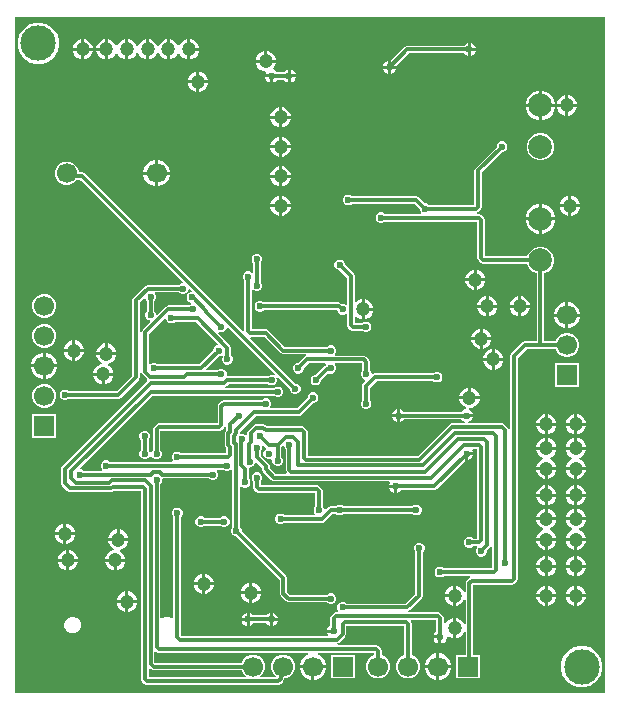
<source format=gbl>
G04*
G04 #@! TF.GenerationSoftware,Altium Limited,Altium Designer,24.2.2 (26)*
G04*
G04 Layer_Physical_Order=2*
G04 Layer_Color=16711680*
%FSLAX44Y44*%
%MOMM*%
G71*
G04*
G04 #@! TF.SameCoordinates,98A400C0-08DE-4AD7-B425-4E8C3969B8A2*
G04*
G04*
G04 #@! TF.FilePolarity,Positive*
G04*
G01*
G75*
%ADD51C,3.0000*%
%ADD54C,0.3000*%
%ADD55C,1.7000*%
%ADD56R,1.7000X1.7000*%
%ADD57C,2.0000*%
%ADD58R,1.7000X1.7000*%
%ADD59C,0.6000*%
%ADD60C,1.2000*%
G36*
X875000Y552500D02*
X375000D01*
Y1125000D01*
X875000D01*
Y552500D01*
D02*
G37*
%LPC*%
G36*
X521230Y1106040D02*
X520801D01*
X517663Y1104740D01*
X515260Y1102337D01*
X514437Y1100351D01*
X513063D01*
X512240Y1102337D01*
X509837Y1104740D01*
X506699Y1106040D01*
X506270D01*
Y1097500D01*
Y1088960D01*
X506699D01*
X509837Y1090260D01*
X512240Y1092663D01*
X513063Y1094649D01*
X514437D01*
X515260Y1092663D01*
X517663Y1090260D01*
X520801Y1088960D01*
X521230D01*
Y1097500D01*
Y1106040D01*
D02*
G37*
G36*
X486230D02*
X485801D01*
X482663Y1104740D01*
X480260Y1102337D01*
X479437Y1100351D01*
X478063D01*
X477240Y1102337D01*
X474837Y1104740D01*
X471699Y1106040D01*
X471270D01*
Y1097500D01*
Y1088960D01*
X471699D01*
X474837Y1090260D01*
X477240Y1092663D01*
X478063Y1094649D01*
X479437D01*
X480260Y1092663D01*
X482663Y1090260D01*
X485801Y1088960D01*
X486230D01*
Y1097500D01*
Y1106040D01*
D02*
G37*
G36*
X468730D02*
X468301D01*
X465163Y1104740D01*
X462760Y1102337D01*
X461937Y1100351D01*
X460563D01*
X459740Y1102337D01*
X457337Y1104740D01*
X454199Y1106040D01*
X453770D01*
Y1097500D01*
Y1088960D01*
X454199D01*
X457337Y1090260D01*
X459740Y1092663D01*
X460563Y1094649D01*
X461937D01*
X462760Y1092663D01*
X465163Y1090260D01*
X468301Y1088960D01*
X468730D01*
Y1097500D01*
Y1106040D01*
D02*
G37*
G36*
X503730D02*
X503301D01*
X500163Y1104740D01*
X497760Y1102337D01*
X496937Y1100351D01*
X495563D01*
X494740Y1102337D01*
X492337Y1104740D01*
X489199Y1106040D01*
X488770D01*
Y1097500D01*
Y1088960D01*
X489199D01*
X492337Y1090260D01*
X494740Y1092663D01*
X495563Y1094649D01*
X496937D01*
X497760Y1092663D01*
X500163Y1090260D01*
X503301Y1088960D01*
X503730D01*
Y1097500D01*
Y1106040D01*
D02*
G37*
G36*
X761270Y1102970D02*
Y1098770D01*
X765470D01*
X764697Y1100638D01*
X763138Y1102197D01*
X761270Y1102970D01*
D02*
G37*
G36*
X524199Y1106040D02*
X523770D01*
Y1098770D01*
X531040D01*
Y1099199D01*
X529740Y1102337D01*
X527337Y1104740D01*
X524199Y1106040D01*
D02*
G37*
G36*
X451230D02*
X450801D01*
X447663Y1104740D01*
X445260Y1102337D01*
X443960Y1099199D01*
Y1098770D01*
X451230D01*
Y1106040D01*
D02*
G37*
G36*
X434199D02*
X433770D01*
Y1098770D01*
X441040D01*
Y1099199D01*
X439740Y1102337D01*
X437337Y1104740D01*
X434199Y1106040D01*
D02*
G37*
G36*
X431230D02*
X430801D01*
X427663Y1104740D01*
X425260Y1102337D01*
X423960Y1099199D01*
Y1098770D01*
X431230D01*
Y1106040D01*
D02*
G37*
G36*
X765470Y1096230D02*
X761270D01*
Y1092030D01*
X763138Y1092803D01*
X764697Y1094362D01*
X765470Y1096230D01*
D02*
G37*
G36*
X758730Y1102970D02*
X756862Y1102197D01*
X755434Y1100769D01*
X707500D01*
X705189Y1099811D01*
X693770Y1088393D01*
Y1083770D01*
X698393D01*
X708854Y1094231D01*
X755434D01*
X756862Y1092803D01*
X758730Y1092030D01*
Y1097500D01*
Y1102970D01*
D02*
G37*
G36*
X531040Y1096230D02*
X523770D01*
Y1088960D01*
X524199D01*
X527337Y1090260D01*
X529740Y1092663D01*
X531040Y1095801D01*
Y1096230D01*
D02*
G37*
G36*
X451230D02*
X443960D01*
Y1095801D01*
X445260Y1092663D01*
X447663Y1090260D01*
X450801Y1088960D01*
X451230D01*
Y1096230D01*
D02*
G37*
G36*
X441040D02*
X433770D01*
Y1088960D01*
X434199D01*
X437337Y1090260D01*
X439740Y1092663D01*
X441040Y1095801D01*
Y1096230D01*
D02*
G37*
G36*
X431230D02*
X423960D01*
Y1095801D01*
X425260Y1092663D01*
X427663Y1090260D01*
X430801Y1088960D01*
X431230D01*
Y1096230D01*
D02*
G37*
G36*
X589199Y1096040D02*
X588770D01*
Y1088770D01*
X596040D01*
Y1089199D01*
X594740Y1092337D01*
X592337Y1094740D01*
X589199Y1096040D01*
D02*
G37*
G36*
X586230D02*
X585801D01*
X582663Y1094740D01*
X580260Y1092337D01*
X578960Y1089199D01*
Y1088770D01*
X586230D01*
Y1096040D01*
D02*
G37*
G36*
X397309Y1120040D02*
X392691D01*
X388230Y1118845D01*
X384230Y1116535D01*
X380965Y1113270D01*
X378655Y1109270D01*
X377460Y1104809D01*
Y1100191D01*
X378655Y1095730D01*
X380965Y1091730D01*
X384230Y1088465D01*
X388230Y1086155D01*
X392691Y1084960D01*
X397309D01*
X401770Y1086155D01*
X405770Y1088465D01*
X409035Y1091730D01*
X411345Y1095730D01*
X412540Y1100191D01*
Y1104809D01*
X411345Y1109270D01*
X409035Y1113270D01*
X405770Y1116535D01*
X401770Y1118845D01*
X397309Y1120040D01*
D02*
G37*
G36*
X691230Y1087970D02*
X689362Y1087197D01*
X687803Y1085638D01*
X687030Y1083770D01*
X691230D01*
Y1087970D01*
D02*
G37*
G36*
X697970Y1081230D02*
X693770D01*
Y1077030D01*
X695638Y1077803D01*
X697197Y1079362D01*
X697970Y1081230D01*
D02*
G37*
G36*
X691230D02*
X687030D01*
X687803Y1079362D01*
X689362Y1077803D01*
X691230Y1077030D01*
Y1081230D01*
D02*
G37*
G36*
X608770Y1080470D02*
Y1076270D01*
X612970D01*
X612197Y1078138D01*
X610638Y1079697D01*
X608770Y1080470D01*
D02*
G37*
G36*
X531699Y1078540D02*
X531270D01*
Y1071270D01*
X538540D01*
Y1071699D01*
X537240Y1074837D01*
X534837Y1077240D01*
X531699Y1078540D01*
D02*
G37*
G36*
X528730D02*
X528301D01*
X525163Y1077240D01*
X522760Y1074837D01*
X521460Y1071699D01*
Y1071270D01*
X528730D01*
Y1078540D01*
D02*
G37*
G36*
X612970Y1073730D02*
X608770D01*
Y1069530D01*
X610638Y1070303D01*
X612197Y1071862D01*
X612970Y1073730D01*
D02*
G37*
G36*
X596040Y1086230D02*
X578960D01*
Y1085801D01*
X580260Y1082663D01*
X582663Y1080260D01*
X585801Y1078960D01*
X586966D01*
X587618Y1077690D01*
X587030Y1076270D01*
X592500D01*
Y1075000D01*
X593770D01*
Y1069530D01*
X595638Y1070303D01*
X597066Y1071731D01*
X602934D01*
X604362Y1070303D01*
X606230Y1069530D01*
Y1075000D01*
Y1080470D01*
X604362Y1079697D01*
X602934Y1078269D01*
X597066D01*
X595638Y1079697D01*
X594176Y1080302D01*
X593791Y1081713D01*
X594740Y1082663D01*
X596040Y1085801D01*
Y1086230D01*
D02*
G37*
G36*
X591230Y1073730D02*
X587030D01*
X587803Y1071862D01*
X589362Y1070303D01*
X591230Y1069530D01*
Y1073730D01*
D02*
G37*
G36*
X538540Y1068730D02*
X531270D01*
Y1061460D01*
X531699D01*
X534837Y1062760D01*
X537240Y1065163D01*
X538540Y1068301D01*
Y1068730D01*
D02*
G37*
G36*
X528730D02*
X521460D01*
Y1068301D01*
X522760Y1065163D01*
X525163Y1062760D01*
X528301Y1061460D01*
X528730D01*
Y1068730D01*
D02*
G37*
G36*
X822494Y1062540D02*
X821270D01*
Y1051270D01*
X832540D01*
Y1052494D01*
X830631Y1057103D01*
X827103Y1060631D01*
X822494Y1062540D01*
D02*
G37*
G36*
X818730D02*
X817506D01*
X812897Y1060631D01*
X809369Y1057103D01*
X807460Y1052494D01*
Y1051270D01*
X818730D01*
Y1062540D01*
D02*
G37*
G36*
X844199Y1058540D02*
X843770D01*
Y1051270D01*
X851040D01*
Y1051699D01*
X849740Y1054837D01*
X847337Y1057240D01*
X844199Y1058540D01*
D02*
G37*
G36*
X841230D02*
X840801D01*
X837663Y1057240D01*
X835260Y1054837D01*
X833960Y1051699D01*
Y1051270D01*
X841230D01*
Y1058540D01*
D02*
G37*
G36*
X851040Y1048730D02*
X843770D01*
Y1041460D01*
X844199D01*
X847337Y1042760D01*
X849740Y1045163D01*
X851040Y1048301D01*
Y1048730D01*
D02*
G37*
G36*
X841230D02*
X833960D01*
Y1048301D01*
X835260Y1045163D01*
X837663Y1042760D01*
X840801Y1041460D01*
X841230D01*
Y1048730D01*
D02*
G37*
G36*
X601699Y1048540D02*
X601270D01*
Y1041270D01*
X608540D01*
Y1041699D01*
X607240Y1044837D01*
X604837Y1047240D01*
X601699Y1048540D01*
D02*
G37*
G36*
X598730D02*
X598301D01*
X595163Y1047240D01*
X592760Y1044837D01*
X591460Y1041699D01*
Y1041270D01*
X598730D01*
Y1048540D01*
D02*
G37*
G36*
X832540Y1048730D02*
X821270D01*
Y1037460D01*
X822494D01*
X827103Y1039369D01*
X830631Y1042897D01*
X832540Y1047506D01*
Y1048730D01*
D02*
G37*
G36*
X818730D02*
X807460D01*
Y1047506D01*
X809369Y1042897D01*
X812897Y1039369D01*
X817506Y1037460D01*
X818730D01*
Y1048730D01*
D02*
G37*
G36*
X608540Y1038730D02*
X601270D01*
Y1031460D01*
X601699D01*
X604837Y1032760D01*
X607240Y1035163D01*
X608540Y1038301D01*
Y1038730D01*
D02*
G37*
G36*
X598730D02*
X591460D01*
Y1038301D01*
X592760Y1035163D01*
X595163Y1032760D01*
X598301Y1031460D01*
X598730D01*
Y1038730D01*
D02*
G37*
G36*
X601699Y1023540D02*
X601270D01*
Y1016270D01*
X608540D01*
Y1016699D01*
X607240Y1019837D01*
X604837Y1022240D01*
X601699Y1023540D01*
D02*
G37*
G36*
X598730D02*
X598301D01*
X595163Y1022240D01*
X592760Y1019837D01*
X591460Y1016699D01*
Y1016270D01*
X598730D01*
Y1023540D01*
D02*
G37*
G36*
X608540Y1013730D02*
X601270D01*
Y1006460D01*
X601699D01*
X604837Y1007760D01*
X607240Y1010163D01*
X608540Y1013301D01*
Y1013730D01*
D02*
G37*
G36*
X598730D02*
X591460D01*
Y1013301D01*
X592760Y1010163D01*
X595163Y1007760D01*
X598301Y1006460D01*
X598730D01*
Y1013730D01*
D02*
G37*
G36*
X822291Y1026520D02*
X817709D01*
X813475Y1024766D01*
X810234Y1021526D01*
X808480Y1017291D01*
Y1012709D01*
X810234Y1008475D01*
X813475Y1005234D01*
X817709Y1003480D01*
X822291D01*
X826526Y1005234D01*
X829766Y1008475D01*
X831520Y1012709D01*
Y1017291D01*
X829766Y1021526D01*
X826526Y1024766D01*
X822291Y1026520D01*
D02*
G37*
G36*
X497196Y1003540D02*
X496270D01*
Y993770D01*
X506040D01*
Y994696D01*
X504359Y998754D01*
X501254Y1001859D01*
X497196Y1003540D01*
D02*
G37*
G36*
X493730D02*
X492804D01*
X488746Y1001859D01*
X485641Y998754D01*
X483960Y994696D01*
Y993770D01*
X493730D01*
Y1003540D01*
D02*
G37*
G36*
X601699Y998540D02*
X601270D01*
Y991270D01*
X608540D01*
Y991699D01*
X607240Y994837D01*
X604837Y997240D01*
X601699Y998540D01*
D02*
G37*
G36*
X598730D02*
X598301D01*
X595163Y997240D01*
X592760Y994837D01*
X591460Y991699D01*
Y991270D01*
X598730D01*
Y998540D01*
D02*
G37*
G36*
X506040Y991230D02*
X496270D01*
Y981460D01*
X497196D01*
X501254Y983141D01*
X504359Y986246D01*
X506040Y990304D01*
Y991230D01*
D02*
G37*
G36*
X493730D02*
X483960D01*
Y990304D01*
X485641Y986246D01*
X488746Y983141D01*
X492804Y981460D01*
X493730D01*
Y991230D01*
D02*
G37*
G36*
X608540Y988730D02*
X601270D01*
Y981460D01*
X601699D01*
X604837Y982760D01*
X607240Y985163D01*
X608540Y988301D01*
Y988730D01*
D02*
G37*
G36*
X598730D02*
X591460D01*
Y988301D01*
X592760Y985163D01*
X595163Y982760D01*
X598301Y981460D01*
X598730D01*
Y988730D01*
D02*
G37*
G36*
X846699Y973540D02*
X846270D01*
Y966270D01*
X853540D01*
Y966699D01*
X852240Y969837D01*
X849837Y972240D01*
X846699Y973540D01*
D02*
G37*
G36*
X843730D02*
X843301D01*
X840163Y972240D01*
X837760Y969837D01*
X836460Y966699D01*
Y966270D01*
X843730D01*
Y973540D01*
D02*
G37*
G36*
X601699D02*
X601270D01*
Y966270D01*
X608540D01*
Y966699D01*
X607240Y969837D01*
X604837Y972240D01*
X601699Y973540D01*
D02*
G37*
G36*
X598730D02*
X598301D01*
X595163Y972240D01*
X592760Y969837D01*
X591460Y966699D01*
Y966270D01*
X598730D01*
Y973540D01*
D02*
G37*
G36*
X788399Y1019520D02*
X786601D01*
X784940Y1018832D01*
X783668Y1017560D01*
X782980Y1015899D01*
Y1015103D01*
X765189Y997311D01*
X764231Y995000D01*
Y965769D01*
X725623D01*
X725060Y966332D01*
X723399Y967020D01*
X722603D01*
X717311Y972311D01*
X715000Y973269D01*
X660623D01*
X660060Y973832D01*
X658399Y974520D01*
X656601D01*
X654940Y973832D01*
X653668Y972560D01*
X652980Y970899D01*
Y969101D01*
X653668Y967440D01*
X654940Y966168D01*
X656601Y965480D01*
X658399D01*
X660060Y966168D01*
X660623Y966731D01*
X713646D01*
X717980Y962397D01*
Y961601D01*
X718668Y959940D01*
X719069Y959539D01*
X718543Y958269D01*
X688123D01*
X687560Y958832D01*
X685899Y959520D01*
X684101D01*
X682440Y958832D01*
X681168Y957560D01*
X680480Y955899D01*
Y954101D01*
X681168Y952440D01*
X682440Y951168D01*
X684101Y950480D01*
X685899D01*
X687560Y951168D01*
X688123Y951731D01*
X766731D01*
Y920757D01*
X767689Y918446D01*
X769446Y916689D01*
X771757Y915731D01*
X808885D01*
X810234Y912475D01*
X813475Y909234D01*
X816731Y907885D01*
Y850369D01*
X807100D01*
X804789Y849411D01*
X795189Y839811D01*
X794231Y837500D01*
Y775995D01*
X792961Y775743D01*
X792311Y777311D01*
X789811Y779811D01*
X787500Y780769D01*
X758792D01*
X758602Y781960D01*
X760638Y782803D01*
X762197Y784362D01*
X762970Y786230D01*
X757500D01*
Y788770D01*
X762970D01*
X762197Y790638D01*
X760638Y792197D01*
X759447Y792690D01*
X759700Y793960D01*
X761699D01*
X764837Y795260D01*
X767240Y797663D01*
X768540Y800801D01*
Y801230D01*
X751460D01*
Y800801D01*
X752760Y797663D01*
X755163Y795260D01*
X757456Y794310D01*
X757204Y793040D01*
X756398D01*
X754362Y792197D01*
X752934Y790769D01*
X704566D01*
X703138Y792197D01*
X701270Y792970D01*
Y787500D01*
Y782030D01*
X703138Y782803D01*
X704566Y784231D01*
X752934D01*
X754362Y782803D01*
X756398Y781960D01*
X756208Y780769D01*
X745000D01*
X742689Y779811D01*
X716992Y754115D01*
X716960Y754036D01*
X716192Y753269D01*
X623269D01*
Y773243D01*
X622311Y775554D01*
X620554Y777311D01*
X618243Y778269D01*
X588810D01*
X587728Y779351D01*
X585416Y780309D01*
X579584D01*
X577273Y779351D01*
X572941Y775020D01*
X571983Y772708D01*
Y771205D01*
X570713Y770679D01*
X570060Y771332D01*
X568399Y772020D01*
X566942D01*
X566455Y772201D01*
X565769Y773050D01*
Y773646D01*
X579314Y787191D01*
X615460D01*
X617771Y788149D01*
X627603Y797980D01*
X628399D01*
X630060Y798668D01*
X631332Y799940D01*
X632020Y801601D01*
Y803399D01*
X631332Y805060D01*
X630060Y806332D01*
X628399Y807020D01*
X626601D01*
X624940Y806332D01*
X623668Y805060D01*
X622980Y803399D01*
Y802603D01*
X614106Y793729D01*
X591780D01*
X591294Y794902D01*
X591332Y794940D01*
X592020Y796601D01*
Y798399D01*
X591332Y800060D01*
X590060Y801332D01*
X588399Y802020D01*
X586601D01*
X584940Y801332D01*
X584377Y800769D01*
X551757D01*
X549446Y799811D01*
X547689Y798054D01*
X546731Y795743D01*
Y780769D01*
X496757D01*
X494446Y779811D01*
X492689Y778054D01*
X491731Y775743D01*
Y758123D01*
X491168Y757560D01*
X490687Y756400D01*
X489313D01*
X488832Y757560D01*
X488269Y758123D01*
Y766877D01*
X488832Y767440D01*
X489520Y769101D01*
Y770899D01*
X488832Y772560D01*
X487560Y773832D01*
X485899Y774520D01*
X484101D01*
X482440Y773832D01*
X481168Y772560D01*
X480480Y770899D01*
Y769101D01*
X481168Y767440D01*
X481731Y766877D01*
Y758123D01*
X481168Y757560D01*
X480480Y755899D01*
Y754101D01*
X481168Y752440D01*
X482440Y751168D01*
X484101Y750480D01*
X485899D01*
X487560Y751168D01*
X488832Y752440D01*
X489313Y753600D01*
X490687D01*
X491168Y752440D01*
X492440Y751168D01*
X494101Y750480D01*
X495899D01*
X497560Y751168D01*
X498832Y752440D01*
X499520Y754101D01*
Y755899D01*
X498832Y757560D01*
X498269Y758123D01*
Y774231D01*
X548243D01*
X550554Y775189D01*
X552311Y776946D01*
X552961Y778515D01*
X554231Y778262D01*
Y775202D01*
X553629Y774600D01*
X552671Y772288D01*
Y762712D01*
X553629Y760400D01*
X554231Y759798D01*
Y755769D01*
X515623D01*
X515060Y756332D01*
X513399Y757020D01*
X511601D01*
X509940Y756332D01*
X508668Y755060D01*
X507980Y753399D01*
Y751601D01*
X508668Y749940D01*
X509069Y749539D01*
X508543Y748269D01*
X455623D01*
X455060Y748832D01*
X453399Y749520D01*
X451601D01*
X449940Y748832D01*
X448668Y747560D01*
X447980Y745899D01*
Y744101D01*
X448668Y742440D01*
X449069Y742039D01*
X448543Y740769D01*
X433123D01*
X432560Y741332D01*
X430899Y742020D01*
X430846D01*
X430360Y743193D01*
X491398Y804231D01*
X594377D01*
X594940Y803668D01*
X596601Y802980D01*
X598399D01*
X600060Y803668D01*
X601332Y804940D01*
X602020Y806601D01*
Y808399D01*
X601332Y810060D01*
X600060Y811332D01*
X598399Y812020D01*
X596601D01*
X594940Y811332D01*
X594377Y810769D01*
X553451D01*
X553199Y812039D01*
X554767Y812689D01*
X556310Y814231D01*
X589377D01*
X589940Y813668D01*
X591601Y812980D01*
X593399D01*
X595060Y813668D01*
X596332Y814940D01*
X597020Y816601D01*
Y818399D01*
X596552Y819529D01*
X597629Y820249D01*
X607980Y809897D01*
Y809101D01*
X608668Y807440D01*
X609940Y806168D01*
X611601Y805480D01*
X613399D01*
X615060Y806168D01*
X616332Y807440D01*
X617020Y809101D01*
Y810899D01*
X616332Y812560D01*
X615060Y813832D01*
X613399Y814520D01*
X612603D01*
X574094Y853029D01*
X574688Y854231D01*
X586146D01*
X600189Y840189D01*
X602500Y839231D01*
X621505D01*
X621757Y837961D01*
X620189Y837311D01*
X614897Y832020D01*
X614101D01*
X612440Y831332D01*
X611168Y830060D01*
X610480Y828399D01*
Y826601D01*
X611168Y824940D01*
X612440Y823668D01*
X614101Y822980D01*
X615899D01*
X617560Y823668D01*
X618832Y824940D01*
X619520Y826601D01*
Y827397D01*
X623854Y831731D01*
X637875D01*
X638574Y830474D01*
X638189Y829682D01*
X637115Y829237D01*
X629897Y822020D01*
X629101D01*
X627440Y821332D01*
X626168Y820060D01*
X625480Y818399D01*
Y816601D01*
X626168Y814940D01*
X627440Y813668D01*
X629101Y812980D01*
X630899D01*
X632560Y813668D01*
X633832Y814940D01*
X634520Y816601D01*
Y817397D01*
X640542Y823419D01*
X641601Y822980D01*
X643399D01*
X645060Y823668D01*
X646332Y824940D01*
X647020Y826601D01*
Y828399D01*
X646332Y830060D01*
X645931Y830461D01*
X646457Y831731D01*
X669231D01*
Y825623D01*
X668668Y825060D01*
X667980Y823399D01*
Y821601D01*
X668668Y819940D01*
X669940Y818668D01*
X671601Y817980D01*
X671698D01*
X672184Y816807D01*
X670189Y814811D01*
X669231Y812500D01*
Y800623D01*
X668668Y800060D01*
X667980Y798399D01*
Y796601D01*
X668668Y794940D01*
X669940Y793668D01*
X671601Y792980D01*
X673399D01*
X675060Y793668D01*
X676332Y794940D01*
X677020Y796601D01*
Y798399D01*
X676332Y800060D01*
X675769Y800623D01*
Y811146D01*
X681354Y816731D01*
X729377D01*
X729940Y816168D01*
X731601Y815480D01*
X733399D01*
X735060Y816168D01*
X736332Y817440D01*
X737020Y819101D01*
Y820899D01*
X736332Y822560D01*
X735060Y823832D01*
X733399Y824520D01*
X731601D01*
X729940Y823832D01*
X729377Y823269D01*
X680000D01*
X678290Y822561D01*
X677020Y823302D01*
Y823399D01*
X676332Y825060D01*
X675769Y825623D01*
Y833243D01*
X674811Y835554D01*
X673054Y837311D01*
X670743Y838269D01*
X646457D01*
X645931Y839539D01*
X646332Y839940D01*
X647020Y841601D01*
Y843399D01*
X646332Y845060D01*
X645060Y846332D01*
X643399Y847020D01*
X641601D01*
X639940Y846332D01*
X639377Y845769D01*
X603854D01*
X589811Y859811D01*
X587500Y860769D01*
X575769D01*
Y893543D01*
X577039Y894069D01*
X577440Y893668D01*
X579101Y892980D01*
X580899D01*
X582560Y893668D01*
X583832Y894940D01*
X584520Y896601D01*
Y898399D01*
X583832Y900060D01*
X583269Y900623D01*
Y916877D01*
X583832Y917440D01*
X584520Y919101D01*
Y920899D01*
X583832Y922560D01*
X582560Y923832D01*
X580899Y924520D01*
X579101D01*
X577440Y923832D01*
X576168Y922560D01*
X575480Y920899D01*
Y919101D01*
X576168Y917440D01*
X576731Y916877D01*
Y908957D01*
X575461Y908431D01*
X575060Y908832D01*
X573399Y909520D01*
X571601D01*
X569940Y908832D01*
X568668Y907560D01*
X567980Y905899D01*
Y904101D01*
X568668Y902440D01*
X569231Y901877D01*
Y859688D01*
X568029Y859094D01*
X434311Y992811D01*
X432000Y993769D01*
X429020D01*
Y994493D01*
X427495Y998176D01*
X424676Y1000995D01*
X420993Y1002520D01*
X417007D01*
X413324Y1000995D01*
X410505Y998176D01*
X408980Y994493D01*
Y990507D01*
X410505Y986824D01*
X413324Y984006D01*
X417007Y982480D01*
X420993D01*
X424676Y984006D01*
X427495Y986824D01*
X427663Y987231D01*
X430646D01*
X517184Y900693D01*
X516698Y899520D01*
X516601D01*
X514940Y898832D01*
X514377Y898269D01*
X487544D01*
X485233Y897311D01*
X475189Y887267D01*
X474231Y884956D01*
Y821354D01*
X461146Y808269D01*
X420583D01*
X420020Y808832D01*
X418359Y809520D01*
X416561D01*
X414900Y808832D01*
X413628Y807560D01*
X412940Y805899D01*
Y804101D01*
X413628Y802440D01*
X414900Y801168D01*
X416561Y800480D01*
X418359D01*
X420020Y801168D01*
X420583Y801731D01*
X462500D01*
X464811Y802689D01*
X479811Y817689D01*
X480769Y820000D01*
Y883602D01*
X484307Y887140D01*
X485480Y886654D01*
Y886601D01*
X486168Y884940D01*
X486731Y884377D01*
Y875623D01*
X486168Y875060D01*
X485480Y873399D01*
Y871601D01*
X486168Y869940D01*
X487440Y868668D01*
X489101Y867980D01*
X489105D01*
X489631Y866710D01*
X483149Y860228D01*
X482191Y857916D01*
Y824584D01*
X483149Y822272D01*
X487070Y818352D01*
X487265Y818024D01*
X487187Y816809D01*
X415189Y744811D01*
X414231Y742500D01*
Y730000D01*
X415189Y727689D01*
X419249Y723629D01*
X421560Y722671D01*
X456894D01*
X458980Y723535D01*
X481731D01*
Y564217D01*
X482689Y561906D01*
X484446Y560149D01*
X486757Y559191D01*
X598203D01*
X600514Y560149D01*
X602311Y561946D01*
X603269Y564257D01*
Y564980D01*
X604093D01*
X607776Y566506D01*
X610594Y569324D01*
X612120Y573007D01*
Y576993D01*
X610594Y580676D01*
X607776Y583494D01*
X604093Y585020D01*
X600107D01*
X596424Y583494D01*
X593605Y580676D01*
X592080Y576993D01*
Y573007D01*
X593605Y569324D01*
X595931Y566999D01*
X595405Y565729D01*
X583395D01*
X582869Y566999D01*
X585195Y569324D01*
X586720Y573007D01*
Y576993D01*
X585195Y580676D01*
X582376Y583494D01*
X578693Y585020D01*
X574707D01*
X571024Y583494D01*
X568205Y580676D01*
X567208Y578269D01*
X493854D01*
X493269Y578854D01*
Y587206D01*
X494442Y587692D01*
X494446Y587689D01*
X496757Y586731D01*
X623654D01*
X623907Y585461D01*
X621246Y584359D01*
X618141Y581254D01*
X616460Y577196D01*
Y576270D01*
X638540D01*
Y577196D01*
X636859Y581254D01*
X633754Y584359D01*
X631093Y585461D01*
X631346Y586731D01*
X679231D01*
Y584492D01*
X676824Y583494D01*
X674006Y580676D01*
X672480Y576993D01*
Y573007D01*
X674006Y569324D01*
X676824Y566506D01*
X680507Y564980D01*
X684493D01*
X688176Y566506D01*
X690994Y569324D01*
X692520Y573007D01*
Y576993D01*
X690994Y580676D01*
X688176Y583494D01*
X685769Y584492D01*
Y588243D01*
X684811Y590554D01*
X683054Y592311D01*
X680743Y593269D01*
X648495D01*
X648243Y594539D01*
X649811Y595189D01*
X654811Y600189D01*
X655769Y602500D01*
Y609231D01*
X704631D01*
Y584492D01*
X702224Y583494D01*
X699406Y580676D01*
X697880Y576993D01*
Y573007D01*
X699406Y569324D01*
X702224Y566506D01*
X705907Y564980D01*
X709893D01*
X713576Y566506D01*
X716395Y569324D01*
X717920Y573007D01*
Y576993D01*
X716395Y580676D01*
X713576Y583494D01*
X711169Y584492D01*
Y610743D01*
X710211Y613054D01*
X710208Y613058D01*
X710694Y614231D01*
X731731D01*
Y604566D01*
X730303Y603138D01*
X729530Y601270D01*
X735000D01*
Y600000D01*
X736270D01*
Y594530D01*
X738138Y595303D01*
X739697Y596862D01*
X740540Y598898D01*
Y600587D01*
X741803Y601120D01*
X742663Y600260D01*
X745801Y598960D01*
X746230D01*
Y607500D01*
Y616040D01*
X745801D01*
X742663Y614740D01*
X740260Y612337D01*
X739539Y610596D01*
X738269Y610849D01*
Y615743D01*
X737311Y618054D01*
X735554Y619811D01*
X733243Y620769D01*
X708495D01*
X708243Y622039D01*
X709811Y622689D01*
X719811Y632689D01*
X720769Y635000D01*
Y671877D01*
X721332Y672440D01*
X722020Y674101D01*
Y675899D01*
X721332Y677560D01*
X720060Y678832D01*
X718399Y679520D01*
X716601D01*
X714940Y678832D01*
X713668Y677560D01*
X712980Y675899D01*
Y674101D01*
X713668Y672440D01*
X714231Y671877D01*
Y636354D01*
X706146Y628269D01*
X655623D01*
X655060Y628832D01*
X653399Y629520D01*
X651601D01*
X649940Y628832D01*
X648668Y627560D01*
X647980Y625899D01*
Y624101D01*
X648668Y622440D01*
X649069Y622039D01*
X648543Y620769D01*
X646757D01*
X644446Y619812D01*
X642689Y618054D01*
X641731Y615743D01*
Y609566D01*
X640303Y608138D01*
X639530Y606270D01*
X645000D01*
Y603730D01*
X639530D01*
X640230Y602039D01*
X639737Y600769D01*
X516111D01*
X515809Y601071D01*
Y651807D01*
X515769Y651904D01*
Y701877D01*
X516332Y702440D01*
X517020Y704101D01*
Y705899D01*
X516332Y707560D01*
X515060Y708832D01*
X513399Y709520D01*
X511601D01*
X509940Y708832D01*
X508668Y707560D01*
X507980Y705899D01*
Y704101D01*
X508668Y702440D01*
X509231Y701877D01*
Y651847D01*
X509271Y651750D01*
Y616344D01*
X508098Y615858D01*
X507988Y615968D01*
X505400Y617040D01*
X502600D01*
X500012Y615968D01*
X499442Y615398D01*
X498269Y615884D01*
Y729377D01*
X498832Y729940D01*
X499520Y731601D01*
Y733058D01*
X499701Y733546D01*
X500550Y734231D01*
X539377D01*
X539940Y733668D01*
X541601Y732980D01*
X543399D01*
X545060Y733668D01*
X546332Y734940D01*
X547020Y736601D01*
Y738399D01*
X546332Y740060D01*
X545931Y740461D01*
X546457Y741731D01*
X551877D01*
X552440Y741168D01*
X554101Y740480D01*
X555899D01*
X557560Y741168D01*
X557961Y741569D01*
X559231Y741043D01*
Y693123D01*
X558668Y692560D01*
X557980Y690899D01*
Y689101D01*
X558668Y687440D01*
X559940Y686168D01*
X561601Y685480D01*
X562397D01*
X599231Y648646D01*
Y636757D01*
X600189Y634446D01*
X604446Y630189D01*
X606757Y629231D01*
X639377D01*
X639940Y628668D01*
X641601Y627980D01*
X643399D01*
X645060Y628668D01*
X646332Y629940D01*
X647020Y631601D01*
Y633399D01*
X646332Y635060D01*
X645060Y636332D01*
X643399Y637020D01*
X641601D01*
X639940Y636332D01*
X639377Y635769D01*
X608111D01*
X605769Y638111D01*
Y650000D01*
X604811Y652311D01*
X567020Y690103D01*
Y690899D01*
X566332Y692560D01*
X565769Y693123D01*
Y726963D01*
X567039Y727489D01*
X567440Y727088D01*
X569101Y726400D01*
X570899D01*
X572560Y727088D01*
X573832Y728360D01*
X574520Y730021D01*
Y731819D01*
X573832Y733480D01*
X573269Y734043D01*
Y742084D01*
X573097Y742498D01*
X573946Y743768D01*
X574651D01*
X576312Y744456D01*
X577584Y745728D01*
X578272Y747389D01*
Y747442D01*
X579445Y747928D01*
X584147Y743226D01*
Y741842D01*
X585104Y739530D01*
X591946Y732689D01*
X594257Y731731D01*
X692237D01*
X692730Y730461D01*
X692030Y728770D01*
X697500D01*
Y727500D01*
X698770D01*
Y722030D01*
X700638Y722803D01*
X702066Y724231D01*
X730000D01*
X732311Y725189D01*
X756230Y749107D01*
Y755000D01*
X757500D01*
Y756270D01*
X762970D01*
X762270Y757961D01*
X762763Y759231D01*
X766731D01*
Y683269D01*
X763123D01*
X762560Y683832D01*
X760899Y684520D01*
X759101D01*
X757440Y683832D01*
X756168Y682560D01*
X755480Y680899D01*
Y679101D01*
X756168Y677440D01*
X757440Y676168D01*
X759101Y675480D01*
X760899D01*
X762560Y676168D01*
X763123Y676731D01*
X766043D01*
X766569Y675461D01*
X766168Y675060D01*
X765480Y673399D01*
Y671601D01*
X766168Y669940D01*
X767440Y668668D01*
X769101Y667980D01*
X770899D01*
X772560Y668668D01*
X773832Y669940D01*
X774520Y671601D01*
Y673004D01*
X777311Y675795D01*
X777961Y677364D01*
X779231Y677111D01*
Y658269D01*
X738123D01*
X737560Y658832D01*
X735899Y659520D01*
X734101D01*
X732440Y658832D01*
X731168Y657560D01*
X730480Y655899D01*
Y654101D01*
X731168Y652440D01*
X732440Y651168D01*
X734101Y650480D01*
X735899D01*
X737560Y651168D01*
X738123Y651731D01*
X760762D01*
X761015Y650461D01*
X759446Y649811D01*
X757689Y648054D01*
X756731Y645743D01*
Y638349D01*
X755461Y638096D01*
X754740Y639837D01*
X752337Y642240D01*
X749199Y643540D01*
X748770D01*
Y635000D01*
Y626460D01*
X749199D01*
X752337Y627760D01*
X754740Y630163D01*
X755461Y631904D01*
X756731Y631651D01*
Y610849D01*
X755461Y610596D01*
X754740Y612337D01*
X752337Y614740D01*
X749199Y616040D01*
X748770D01*
Y607500D01*
Y598960D01*
X749199D01*
X752337Y600260D01*
X754740Y602663D01*
X755461Y604404D01*
X756731Y604151D01*
Y585020D01*
X748680D01*
Y564980D01*
X768720D01*
Y585020D01*
X763269D01*
Y644231D01*
X795743D01*
X798054Y645189D01*
X799811Y646946D01*
X800769Y649257D01*
Y836146D01*
X808454Y843831D01*
X833008D01*
X834006Y841424D01*
X836824Y838605D01*
X840507Y837080D01*
X844493D01*
X848176Y838605D01*
X850994Y841424D01*
X852520Y845107D01*
Y849093D01*
X850994Y852776D01*
X848176Y855594D01*
X844493Y857120D01*
X840507D01*
X836824Y855594D01*
X834006Y852776D01*
X833008Y850369D01*
X823269D01*
Y907885D01*
X826526Y909234D01*
X829766Y912475D01*
X831520Y916709D01*
Y921292D01*
X829766Y925526D01*
X826526Y928766D01*
X822291Y930520D01*
X817709D01*
X813475Y928766D01*
X810234Y925526D01*
X808885Y922269D01*
X773269D01*
Y953243D01*
X772311Y955554D01*
X770554Y957311D01*
X768243Y958269D01*
X766738D01*
X766485Y959539D01*
X768054Y960189D01*
X769811Y961946D01*
X770769Y964257D01*
Y993646D01*
X787603Y1010480D01*
X788399D01*
X790060Y1011168D01*
X791332Y1012440D01*
X792020Y1014101D01*
Y1015899D01*
X791332Y1017560D01*
X790060Y1018832D01*
X788399Y1019520D01*
D02*
G37*
G36*
X853540Y963730D02*
X846270D01*
Y956460D01*
X846699D01*
X849837Y957760D01*
X852240Y960163D01*
X853540Y963301D01*
Y963730D01*
D02*
G37*
G36*
X843730D02*
X836460D01*
Y963301D01*
X837760Y960163D01*
X840163Y957760D01*
X843301Y956460D01*
X843730D01*
Y963730D01*
D02*
G37*
G36*
X608540D02*
X601270D01*
Y956460D01*
X601699D01*
X604837Y957760D01*
X607240Y960163D01*
X608540Y963301D01*
Y963730D01*
D02*
G37*
G36*
X598730D02*
X591460D01*
Y963301D01*
X592760Y960163D01*
X595163Y957760D01*
X598301Y956460D01*
X598730D01*
Y963730D01*
D02*
G37*
G36*
X822494Y966540D02*
X821270D01*
Y955270D01*
X832540D01*
Y956494D01*
X830631Y961103D01*
X827103Y964631D01*
X822494Y966540D01*
D02*
G37*
G36*
X818730D02*
X817506D01*
X812897Y964631D01*
X809369Y961103D01*
X807460Y956494D01*
Y955270D01*
X818730D01*
Y966540D01*
D02*
G37*
G36*
X832540Y952730D02*
X821270D01*
Y941460D01*
X822494D01*
X827103Y943369D01*
X830631Y946897D01*
X832540Y951506D01*
Y952730D01*
D02*
G37*
G36*
X818730D02*
X807460D01*
Y951506D01*
X809369Y946897D01*
X812897Y943369D01*
X817506Y941460D01*
X818730D01*
Y952730D01*
D02*
G37*
G36*
X766699Y911040D02*
X766270D01*
Y903770D01*
X773540D01*
Y904199D01*
X772240Y907337D01*
X769837Y909740D01*
X766699Y911040D01*
D02*
G37*
G36*
X763730D02*
X763301D01*
X760163Y909740D01*
X757760Y907337D01*
X756460Y904199D01*
Y903770D01*
X763730D01*
Y911040D01*
D02*
G37*
G36*
X773540Y901230D02*
X766270D01*
Y893960D01*
X766699D01*
X769837Y895260D01*
X772240Y897663D01*
X773540Y900801D01*
Y901230D01*
D02*
G37*
G36*
X763730D02*
X756460D01*
Y900801D01*
X757760Y897663D01*
X760163Y895260D01*
X763301Y893960D01*
X763730D01*
Y901230D01*
D02*
G37*
G36*
X650899Y919520D02*
X649101D01*
X647440Y918832D01*
X646168Y917560D01*
X645480Y915899D01*
Y914101D01*
X646168Y912440D01*
X647440Y911168D01*
X649101Y910480D01*
X649897D01*
X656271Y904106D01*
Y881780D01*
X655098Y881294D01*
X655060Y881332D01*
X653399Y882020D01*
X651791D01*
X651500Y882311D01*
X649188Y883269D01*
X585623D01*
X585060Y883832D01*
X583399Y884520D01*
X581601D01*
X579940Y883832D01*
X578668Y882560D01*
X577980Y880899D01*
Y879101D01*
X578668Y877440D01*
X579940Y876168D01*
X581601Y875480D01*
X583399D01*
X585060Y876168D01*
X585623Y876731D01*
X647834D01*
X647991Y876574D01*
X648668Y874940D01*
X649940Y873668D01*
X651601Y872980D01*
X653399D01*
X655060Y873668D01*
X655098Y873706D01*
X656271Y873220D01*
Y864257D01*
X657229Y861946D01*
X658986Y860189D01*
X661297Y859231D01*
X669377D01*
X669940Y858668D01*
X671601Y857980D01*
X673399D01*
X675060Y858668D01*
X676332Y859940D01*
X677020Y861601D01*
Y863399D01*
X676332Y865060D01*
X675060Y866332D01*
X673399Y867020D01*
X671601D01*
X669940Y866332D01*
X669377Y865769D01*
X662809D01*
Y870955D01*
X663982Y871441D01*
X665163Y870260D01*
X668301Y868960D01*
X668730D01*
Y877500D01*
Y886040D01*
X668301D01*
X665163Y884740D01*
X663982Y883559D01*
X662809Y884045D01*
Y905460D01*
X661851Y907771D01*
X654520Y915103D01*
Y915899D01*
X653832Y917560D01*
X652560Y918832D01*
X650899Y919520D01*
D02*
G37*
G36*
X804199Y888540D02*
X803770D01*
Y881270D01*
X811040D01*
Y881699D01*
X809740Y884837D01*
X807337Y887240D01*
X804199Y888540D01*
D02*
G37*
G36*
X801230D02*
X800801D01*
X797663Y887240D01*
X795260Y884837D01*
X793960Y881699D01*
Y881270D01*
X801230D01*
Y888540D01*
D02*
G37*
G36*
X776699D02*
X776270D01*
Y881270D01*
X783540D01*
Y881699D01*
X782240Y884837D01*
X779837Y887240D01*
X776699Y888540D01*
D02*
G37*
G36*
X773730D02*
X773301D01*
X770163Y887240D01*
X767760Y884837D01*
X766460Y881699D01*
Y881270D01*
X773730D01*
Y888540D01*
D02*
G37*
G36*
X671699Y886040D02*
X671270D01*
Y878770D01*
X678540D01*
Y879199D01*
X677240Y882337D01*
X674837Y884740D01*
X671699Y886040D01*
D02*
G37*
G36*
X844696Y883540D02*
X843770D01*
Y873770D01*
X853540D01*
Y874696D01*
X851859Y878754D01*
X848754Y881859D01*
X844696Y883540D01*
D02*
G37*
G36*
X841230D02*
X840304D01*
X836246Y881859D01*
X833141Y878754D01*
X831460Y874696D01*
Y873770D01*
X841230D01*
Y883540D01*
D02*
G37*
G36*
X811040Y878730D02*
X803770D01*
Y871460D01*
X804199D01*
X807337Y872760D01*
X809740Y875163D01*
X811040Y878301D01*
Y878730D01*
D02*
G37*
G36*
X801230D02*
X793960D01*
Y878301D01*
X795260Y875163D01*
X797663Y872760D01*
X800801Y871460D01*
X801230D01*
Y878730D01*
D02*
G37*
G36*
X783540D02*
X776270D01*
Y871460D01*
X776699D01*
X779837Y872760D01*
X782240Y875163D01*
X783540Y878301D01*
Y878730D01*
D02*
G37*
G36*
X773730D02*
X766460D01*
Y878301D01*
X767760Y875163D01*
X770163Y872760D01*
X773301Y871460D01*
X773730D01*
Y878730D01*
D02*
G37*
G36*
X401993Y890420D02*
X398007D01*
X394324Y888895D01*
X391506Y886076D01*
X389980Y882393D01*
Y878407D01*
X391506Y874724D01*
X394324Y871906D01*
X398007Y870380D01*
X401993D01*
X405676Y871906D01*
X408494Y874724D01*
X410020Y878407D01*
Y882393D01*
X408494Y886076D01*
X405676Y888895D01*
X401993Y890420D01*
D02*
G37*
G36*
X678540Y876230D02*
X671270D01*
Y868960D01*
X671699D01*
X674837Y870260D01*
X677240Y872663D01*
X678540Y875801D01*
Y876230D01*
D02*
G37*
G36*
X853540Y871230D02*
X843770D01*
Y861460D01*
X844696D01*
X848754Y863141D01*
X851859Y866246D01*
X853540Y870304D01*
Y871230D01*
D02*
G37*
G36*
X841230D02*
X831460D01*
Y870304D01*
X833141Y866246D01*
X836246Y863141D01*
X840304Y861460D01*
X841230D01*
Y871230D01*
D02*
G37*
G36*
X771699Y861040D02*
X771270D01*
Y853770D01*
X778540D01*
Y854199D01*
X777240Y857337D01*
X774837Y859740D01*
X771699Y861040D01*
D02*
G37*
G36*
X768730D02*
X768301D01*
X765163Y859740D01*
X762760Y857337D01*
X761460Y854199D01*
Y853770D01*
X768730D01*
Y861040D01*
D02*
G37*
G36*
X401993Y865020D02*
X398007D01*
X394324Y863495D01*
X391506Y860676D01*
X389980Y856993D01*
Y853007D01*
X391506Y849324D01*
X394324Y846506D01*
X398007Y844980D01*
X401993D01*
X405676Y846506D01*
X408494Y849324D01*
X410020Y853007D01*
Y856993D01*
X408494Y860676D01*
X405676Y863495D01*
X401993Y865020D01*
D02*
G37*
G36*
X778540Y851230D02*
X771270D01*
Y843960D01*
X771699D01*
X774837Y845260D01*
X777240Y847663D01*
X778540Y850801D01*
Y851230D01*
D02*
G37*
G36*
X768730D02*
X761460D01*
Y850801D01*
X762760Y847663D01*
X765163Y845260D01*
X768301Y843960D01*
X768730D01*
Y851230D01*
D02*
G37*
G36*
X426699Y851040D02*
X426270D01*
Y843770D01*
X433540D01*
Y844199D01*
X432240Y847337D01*
X429837Y849740D01*
X426699Y851040D01*
D02*
G37*
G36*
X423730D02*
X423301D01*
X420163Y849740D01*
X417760Y847337D01*
X416460Y844199D01*
Y843770D01*
X423730D01*
Y851040D01*
D02*
G37*
G36*
X454199Y848540D02*
X453770D01*
Y841270D01*
X461040D01*
Y841699D01*
X459740Y844837D01*
X457337Y847240D01*
X454199Y848540D01*
D02*
G37*
G36*
X451230D02*
X450801D01*
X447663Y847240D01*
X445260Y844837D01*
X443960Y841699D01*
Y841270D01*
X451230D01*
Y848540D01*
D02*
G37*
G36*
X781699Y843540D02*
X781270D01*
Y836270D01*
X788540D01*
Y836699D01*
X787240Y839837D01*
X784837Y842240D01*
X781699Y843540D01*
D02*
G37*
G36*
X778730D02*
X778301D01*
X775163Y842240D01*
X772760Y839837D01*
X771460Y836699D01*
Y836270D01*
X778730D01*
Y843540D01*
D02*
G37*
G36*
X433540Y841230D02*
X426270D01*
Y833960D01*
X426699D01*
X429837Y835260D01*
X432240Y837663D01*
X433540Y840801D01*
Y841230D01*
D02*
G37*
G36*
X423730D02*
X416460D01*
Y840801D01*
X417760Y837663D01*
X420163Y835260D01*
X423301Y833960D01*
X423730D01*
Y841230D01*
D02*
G37*
G36*
X402196Y840640D02*
X401270D01*
Y830870D01*
X411040D01*
Y831796D01*
X409359Y835854D01*
X406254Y838959D01*
X402196Y840640D01*
D02*
G37*
G36*
X398730D02*
X397804D01*
X393746Y838959D01*
X390641Y835854D01*
X388960Y831796D01*
Y830870D01*
X398730D01*
Y840640D01*
D02*
G37*
G36*
X788540Y833730D02*
X781270D01*
Y826460D01*
X781699D01*
X784837Y827760D01*
X787240Y830163D01*
X788540Y833301D01*
Y833730D01*
D02*
G37*
G36*
X778730D02*
X771460D01*
Y833301D01*
X772760Y830163D01*
X775163Y827760D01*
X778301Y826460D01*
X778730D01*
Y833730D01*
D02*
G37*
G36*
X461040Y838730D02*
X443960D01*
Y838301D01*
X445260Y835163D01*
X447663Y832760D01*
X448749Y832310D01*
X448497Y831040D01*
X448301D01*
X445163Y829740D01*
X442760Y827337D01*
X441460Y824199D01*
Y823770D01*
X458540D01*
Y824199D01*
X457240Y827337D01*
X454837Y829740D01*
X453751Y830190D01*
X454003Y831460D01*
X454199D01*
X457337Y832760D01*
X459740Y835163D01*
X461040Y838301D01*
Y838730D01*
D02*
G37*
G36*
X411040Y828330D02*
X401270D01*
Y818560D01*
X402196D01*
X406254Y820241D01*
X409359Y823346D01*
X411040Y827404D01*
Y828330D01*
D02*
G37*
G36*
X398730D02*
X388960D01*
Y827404D01*
X390641Y823346D01*
X393746Y820241D01*
X397804Y818560D01*
X398730D01*
Y828330D01*
D02*
G37*
G36*
X458540Y821230D02*
X451270D01*
Y813960D01*
X451699D01*
X454837Y815260D01*
X457240Y817663D01*
X458540Y820801D01*
Y821230D01*
D02*
G37*
G36*
X448730D02*
X441460D01*
Y820801D01*
X442760Y817663D01*
X445163Y815260D01*
X448301Y813960D01*
X448730D01*
Y821230D01*
D02*
G37*
G36*
X852520Y831720D02*
X832480D01*
Y811680D01*
X852520D01*
Y831720D01*
D02*
G37*
G36*
X761699Y811040D02*
X761270D01*
Y803770D01*
X768540D01*
Y804199D01*
X767240Y807337D01*
X764837Y809740D01*
X761699Y811040D01*
D02*
G37*
G36*
X758730D02*
X758301D01*
X755163Y809740D01*
X752760Y807337D01*
X751460Y804199D01*
Y803770D01*
X758730D01*
Y811040D01*
D02*
G37*
G36*
X401993Y814220D02*
X398007D01*
X394324Y812695D01*
X391506Y809876D01*
X389980Y806193D01*
Y802207D01*
X391506Y798524D01*
X394324Y795705D01*
X398007Y794180D01*
X401993D01*
X405676Y795705D01*
X408494Y798524D01*
X410020Y802207D01*
Y806193D01*
X408494Y809876D01*
X405676Y812695D01*
X401993Y814220D01*
D02*
G37*
G36*
X698730Y792970D02*
X696862Y792197D01*
X695303Y790638D01*
X694530Y788770D01*
X698730D01*
Y792970D01*
D02*
G37*
G36*
Y786230D02*
X694530D01*
X695303Y784362D01*
X696862Y782803D01*
X698730Y782030D01*
Y786230D01*
D02*
G37*
G36*
X851699Y788540D02*
X851270D01*
Y781270D01*
X858540D01*
Y781699D01*
X857240Y784837D01*
X854837Y787240D01*
X851699Y788540D01*
D02*
G37*
G36*
X848730D02*
X848301D01*
X845163Y787240D01*
X842760Y784837D01*
X841460Y781699D01*
Y781270D01*
X848730D01*
Y788540D01*
D02*
G37*
G36*
X826699D02*
X826270D01*
Y781270D01*
X833540D01*
Y781699D01*
X832240Y784837D01*
X829837Y787240D01*
X826699Y788540D01*
D02*
G37*
G36*
X823730D02*
X823301D01*
X820163Y787240D01*
X817760Y784837D01*
X816460Y781699D01*
Y781270D01*
X823730D01*
Y788540D01*
D02*
G37*
G36*
X858540Y778730D02*
X851270D01*
Y771460D01*
X851699D01*
X854837Y772760D01*
X857240Y775163D01*
X858540Y778301D01*
Y778730D01*
D02*
G37*
G36*
X848730D02*
X841460D01*
Y778301D01*
X842760Y775163D01*
X845163Y772760D01*
X848301Y771460D01*
X848730D01*
Y778730D01*
D02*
G37*
G36*
X833540D02*
X826270D01*
Y771460D01*
X826699D01*
X829837Y772760D01*
X832240Y775163D01*
X833540Y778301D01*
Y778730D01*
D02*
G37*
G36*
X823730D02*
X816460D01*
Y778301D01*
X817760Y775163D01*
X820163Y772760D01*
X823301Y771460D01*
X823730D01*
Y778730D01*
D02*
G37*
G36*
X410020Y788820D02*
X389980D01*
Y768780D01*
X410020D01*
Y788820D01*
D02*
G37*
G36*
X851699Y768540D02*
X851270D01*
Y761270D01*
X858540D01*
Y761699D01*
X857240Y764837D01*
X854837Y767240D01*
X851699Y768540D01*
D02*
G37*
G36*
X848730D02*
X848301D01*
X845163Y767240D01*
X842760Y764837D01*
X841460Y761699D01*
Y761270D01*
X848730D01*
Y768540D01*
D02*
G37*
G36*
X826699D02*
X826270D01*
Y761270D01*
X833540D01*
Y761699D01*
X832240Y764837D01*
X829837Y767240D01*
X826699Y768540D01*
D02*
G37*
G36*
X823730D02*
X823301D01*
X820163Y767240D01*
X817760Y764837D01*
X816460Y761699D01*
Y761270D01*
X823730D01*
Y768540D01*
D02*
G37*
G36*
X762970Y753730D02*
X758770D01*
Y749530D01*
X760638Y750303D01*
X762197Y751862D01*
X762970Y753730D01*
D02*
G37*
G36*
X858540Y758730D02*
X841460D01*
Y758301D01*
X842760Y755163D01*
X845163Y752760D01*
X847149Y751937D01*
Y750563D01*
X845163Y749740D01*
X842760Y747337D01*
X841460Y744199D01*
Y743770D01*
X858540D01*
Y744199D01*
X857240Y747337D01*
X854837Y749740D01*
X852851Y750563D01*
Y751937D01*
X854837Y752760D01*
X857240Y755163D01*
X858540Y758301D01*
Y758730D01*
D02*
G37*
G36*
X833540D02*
X816460D01*
Y758301D01*
X817760Y755163D01*
X820163Y752760D01*
X822149Y751937D01*
Y750563D01*
X820163Y749740D01*
X817760Y747337D01*
X816460Y744199D01*
Y743770D01*
X833540D01*
Y744199D01*
X832240Y747337D01*
X829837Y749740D01*
X827851Y750563D01*
Y751937D01*
X829837Y752760D01*
X832240Y755163D01*
X833540Y758301D01*
Y758730D01*
D02*
G37*
G36*
X858540Y741230D02*
X851270D01*
Y733960D01*
X851699D01*
X854837Y735260D01*
X857240Y737663D01*
X858540Y740801D01*
Y741230D01*
D02*
G37*
G36*
X848730D02*
X841460D01*
Y740801D01*
X842760Y737663D01*
X845163Y735260D01*
X848301Y733960D01*
X848730D01*
Y741230D01*
D02*
G37*
G36*
X833540D02*
X826270D01*
Y733960D01*
X826699D01*
X829837Y735260D01*
X832240Y737663D01*
X833540Y740801D01*
Y741230D01*
D02*
G37*
G36*
X823730D02*
X816460D01*
Y740801D01*
X817760Y737663D01*
X820163Y735260D01*
X823301Y733960D01*
X823730D01*
Y741230D01*
D02*
G37*
G36*
X696230Y726230D02*
X692030D01*
X692803Y724362D01*
X694362Y722803D01*
X696230Y722030D01*
Y726230D01*
D02*
G37*
G36*
X851699Y728540D02*
X851270D01*
Y721270D01*
X858540D01*
Y721699D01*
X857240Y724837D01*
X854837Y727240D01*
X851699Y728540D01*
D02*
G37*
G36*
X848730D02*
X848301D01*
X845163Y727240D01*
X842760Y724837D01*
X841460Y721699D01*
Y721270D01*
X848730D01*
Y728540D01*
D02*
G37*
G36*
X826699D02*
X826270D01*
Y721270D01*
X833540D01*
Y721699D01*
X832240Y724837D01*
X829837Y727240D01*
X826699Y728540D01*
D02*
G37*
G36*
X823730D02*
X823301D01*
X820163Y727240D01*
X817760Y724837D01*
X816460Y721699D01*
Y721270D01*
X823730D01*
Y728540D01*
D02*
G37*
G36*
X858540Y718730D02*
X851270D01*
Y711460D01*
X851699D01*
X854837Y712760D01*
X857240Y715163D01*
X858540Y718301D01*
Y718730D01*
D02*
G37*
G36*
X848730D02*
X841460D01*
Y718301D01*
X842760Y715163D01*
X845163Y712760D01*
X848301Y711460D01*
X848730D01*
Y718730D01*
D02*
G37*
G36*
X833540D02*
X826270D01*
Y711460D01*
X826699D01*
X829837Y712760D01*
X832240Y715163D01*
X833540Y718301D01*
Y718730D01*
D02*
G37*
G36*
X823730D02*
X816460D01*
Y718301D01*
X817760Y715163D01*
X820163Y712760D01*
X823301Y711460D01*
X823730D01*
Y718730D01*
D02*
G37*
G36*
X580899Y739520D02*
X579101D01*
X577440Y738832D01*
X576168Y737560D01*
X575480Y735899D01*
Y734101D01*
X576168Y732440D01*
X576731Y731877D01*
Y726757D01*
X577689Y724446D01*
X579446Y722689D01*
X581757Y721731D01*
X629231D01*
Y710623D01*
X628668Y710060D01*
X627980Y708399D01*
Y706601D01*
X628668Y704940D01*
X629069Y704539D01*
X628543Y703269D01*
X603123D01*
X602560Y703832D01*
X600899Y704520D01*
X599101D01*
X597440Y703832D01*
X596168Y702560D01*
X595480Y700899D01*
Y699101D01*
X596168Y697440D01*
X597440Y696168D01*
X599101Y695480D01*
X600899D01*
X602560Y696168D01*
X603123Y696731D01*
X634956D01*
X637267Y697689D01*
X643810Y704231D01*
X646877D01*
X647440Y703668D01*
X649101Y702980D01*
X650899D01*
X652560Y703668D01*
X653123Y704231D01*
X711877D01*
X712440Y703668D01*
X714101Y702980D01*
X715899D01*
X717560Y703668D01*
X718832Y704940D01*
X719520Y706601D01*
Y708399D01*
X718832Y710060D01*
X717560Y711332D01*
X715899Y712020D01*
X714101D01*
X712440Y711332D01*
X711877Y710769D01*
X653123D01*
X652560Y711332D01*
X650899Y712020D01*
X649101D01*
X647440Y711332D01*
X646877Y710769D01*
X642456D01*
X640145Y709811D01*
X638193Y707860D01*
X637020Y708346D01*
Y708399D01*
X636332Y710060D01*
X635769Y710623D01*
Y723243D01*
X634811Y725554D01*
X633054Y727311D01*
X630743Y728269D01*
X583269D01*
Y731877D01*
X583832Y732440D01*
X584520Y734101D01*
Y735899D01*
X583832Y737560D01*
X582560Y738832D01*
X580899Y739520D01*
D02*
G37*
G36*
X851699Y708540D02*
X851270D01*
Y701270D01*
X858540D01*
Y701699D01*
X857240Y704837D01*
X854837Y707240D01*
X851699Y708540D01*
D02*
G37*
G36*
X848730D02*
X848301D01*
X845163Y707240D01*
X842760Y704837D01*
X841460Y701699D01*
Y701270D01*
X848730D01*
Y708540D01*
D02*
G37*
G36*
X826699D02*
X826270D01*
Y701270D01*
X833540D01*
Y701699D01*
X832240Y704837D01*
X829837Y707240D01*
X826699Y708540D01*
D02*
G37*
G36*
X823730D02*
X823301D01*
X820163Y707240D01*
X817760Y704837D01*
X816460Y701699D01*
Y701270D01*
X823730D01*
Y708540D01*
D02*
G37*
G36*
X553399Y702020D02*
X551601D01*
X549940Y701332D01*
X549377Y700769D01*
X535623D01*
X535060Y701332D01*
X533399Y702020D01*
X531601D01*
X529940Y701332D01*
X528668Y700060D01*
X527980Y698399D01*
Y696601D01*
X528668Y694940D01*
X529940Y693668D01*
X531601Y692980D01*
X533399D01*
X535060Y693668D01*
X535623Y694231D01*
X549377D01*
X549940Y693668D01*
X551601Y692980D01*
X553399D01*
X555060Y693668D01*
X556332Y694940D01*
X557020Y696601D01*
Y698399D01*
X556332Y700060D01*
X555060Y701332D01*
X553399Y702020D01*
D02*
G37*
G36*
X419199Y696040D02*
X418770D01*
Y688770D01*
X426040D01*
Y689199D01*
X424740Y692337D01*
X422337Y694740D01*
X419199Y696040D01*
D02*
G37*
G36*
X416230D02*
X415801D01*
X412663Y694740D01*
X410260Y692337D01*
X408960Y689199D01*
Y688770D01*
X416230D01*
Y696040D01*
D02*
G37*
G36*
X858540Y698730D02*
X841460D01*
Y698301D01*
X842760Y695163D01*
X845163Y692760D01*
X847149Y691937D01*
Y690563D01*
X845163Y689740D01*
X842760Y687337D01*
X841460Y684199D01*
Y683770D01*
X858540D01*
Y684199D01*
X857240Y687337D01*
X854837Y689740D01*
X852851Y690563D01*
Y691937D01*
X854837Y692760D01*
X857240Y695163D01*
X858540Y698301D01*
Y698730D01*
D02*
G37*
G36*
X833540D02*
X816460D01*
Y698301D01*
X817760Y695163D01*
X820163Y692760D01*
X822149Y691937D01*
Y690563D01*
X820163Y689740D01*
X817760Y687337D01*
X816460Y684199D01*
Y683770D01*
X833540D01*
Y684199D01*
X832240Y687337D01*
X829837Y689740D01*
X827851Y690563D01*
Y691937D01*
X829837Y692760D01*
X832240Y695163D01*
X833540Y698301D01*
Y698730D01*
D02*
G37*
G36*
X464199Y691040D02*
X463770D01*
Y683770D01*
X471040D01*
Y684199D01*
X469740Y687337D01*
X467337Y689740D01*
X464199Y691040D01*
D02*
G37*
G36*
X461230D02*
X460801D01*
X457663Y689740D01*
X455260Y687337D01*
X453960Y684199D01*
Y683770D01*
X461230D01*
Y691040D01*
D02*
G37*
G36*
X426040Y686230D02*
X418770D01*
Y678960D01*
X419199D01*
X422337Y680260D01*
X424740Y682663D01*
X426040Y685801D01*
Y686230D01*
D02*
G37*
G36*
X416230D02*
X408960D01*
Y685801D01*
X410260Y682663D01*
X412663Y680260D01*
X415801Y678960D01*
X416230D01*
Y686230D01*
D02*
G37*
G36*
X858540Y681230D02*
X851270D01*
Y673960D01*
X851699D01*
X854837Y675260D01*
X857240Y677663D01*
X858540Y680801D01*
Y681230D01*
D02*
G37*
G36*
X848730D02*
X841460D01*
Y680801D01*
X842760Y677663D01*
X845163Y675260D01*
X848301Y673960D01*
X848730D01*
Y681230D01*
D02*
G37*
G36*
X833540D02*
X826270D01*
Y673960D01*
X826699D01*
X829837Y675260D01*
X832240Y677663D01*
X833540Y680801D01*
Y681230D01*
D02*
G37*
G36*
X823730D02*
X816460D01*
Y680801D01*
X817760Y677663D01*
X820163Y675260D01*
X823301Y673960D01*
X823730D01*
Y681230D01*
D02*
G37*
G36*
X471040D02*
X453960D01*
Y680801D01*
X455260Y677663D01*
X457663Y675260D01*
X458749Y674810D01*
X458497Y673540D01*
X458301D01*
X455163Y672240D01*
X452760Y669837D01*
X451460Y666699D01*
Y666270D01*
X468540D01*
Y666699D01*
X467240Y669837D01*
X464837Y672240D01*
X463751Y672690D01*
X464003Y673960D01*
X464199D01*
X467337Y675260D01*
X469740Y677663D01*
X471040Y680801D01*
Y681230D01*
D02*
G37*
G36*
X421699Y673540D02*
X421270D01*
Y666270D01*
X428540D01*
Y666699D01*
X427240Y669837D01*
X424837Y672240D01*
X421699Y673540D01*
D02*
G37*
G36*
X418730D02*
X418301D01*
X415163Y672240D01*
X412760Y669837D01*
X411460Y666699D01*
Y666270D01*
X418730D01*
Y673540D01*
D02*
G37*
G36*
X851699Y668540D02*
X851270D01*
Y661270D01*
X858540D01*
Y661699D01*
X857240Y664837D01*
X854837Y667240D01*
X851699Y668540D01*
D02*
G37*
G36*
X848730D02*
X848301D01*
X845163Y667240D01*
X842760Y664837D01*
X841460Y661699D01*
Y661270D01*
X848730D01*
Y668540D01*
D02*
G37*
G36*
X826699D02*
X826270D01*
Y661270D01*
X833540D01*
Y661699D01*
X832240Y664837D01*
X829837Y667240D01*
X826699Y668540D01*
D02*
G37*
G36*
X823730D02*
X823301D01*
X820163Y667240D01*
X817760Y664837D01*
X816460Y661699D01*
Y661270D01*
X823730D01*
Y668540D01*
D02*
G37*
G36*
X468540Y663730D02*
X461270D01*
Y656460D01*
X461699D01*
X464837Y657760D01*
X467240Y660163D01*
X468540Y663301D01*
Y663730D01*
D02*
G37*
G36*
X458730D02*
X451460D01*
Y663301D01*
X452760Y660163D01*
X455163Y657760D01*
X458301Y656460D01*
X458730D01*
Y663730D01*
D02*
G37*
G36*
X428540D02*
X421270D01*
Y656460D01*
X421699D01*
X424837Y657760D01*
X427240Y660163D01*
X428540Y663301D01*
Y663730D01*
D02*
G37*
G36*
X418730D02*
X411460D01*
Y663301D01*
X412760Y660163D01*
X415163Y657760D01*
X418301Y656460D01*
X418730D01*
Y663730D01*
D02*
G37*
G36*
X858540Y658730D02*
X851270D01*
Y651460D01*
X851699D01*
X854837Y652760D01*
X857240Y655163D01*
X858540Y658301D01*
Y658730D01*
D02*
G37*
G36*
X848730D02*
X841460D01*
Y658301D01*
X842760Y655163D01*
X845163Y652760D01*
X848301Y651460D01*
X848730D01*
Y658730D01*
D02*
G37*
G36*
X833540D02*
X826270D01*
Y651460D01*
X826699D01*
X829837Y652760D01*
X832240Y655163D01*
X833540Y658301D01*
Y658730D01*
D02*
G37*
G36*
X823730D02*
X816460D01*
Y658301D01*
X817760Y655163D01*
X820163Y652760D01*
X823301Y651460D01*
X823730D01*
Y658730D01*
D02*
G37*
G36*
X536699Y653540D02*
X536270D01*
Y646270D01*
X543540D01*
Y646699D01*
X542240Y649837D01*
X539837Y652240D01*
X536699Y653540D01*
D02*
G37*
G36*
X533730D02*
X533301D01*
X530163Y652240D01*
X527760Y649837D01*
X526460Y646699D01*
Y646270D01*
X533730D01*
Y653540D01*
D02*
G37*
G36*
X576699Y646040D02*
X576270D01*
Y638770D01*
X583540D01*
Y639199D01*
X582240Y642337D01*
X579837Y644740D01*
X576699Y646040D01*
D02*
G37*
G36*
X573730D02*
X573301D01*
X570163Y644740D01*
X567760Y642337D01*
X566460Y639199D01*
Y638770D01*
X573730D01*
Y646040D01*
D02*
G37*
G36*
X543540Y643730D02*
X536270D01*
Y636460D01*
X536699D01*
X539837Y637760D01*
X542240Y640163D01*
X543540Y643301D01*
Y643730D01*
D02*
G37*
G36*
X533730D02*
X526460D01*
Y643301D01*
X527760Y640163D01*
X530163Y637760D01*
X533301Y636460D01*
X533730D01*
Y643730D01*
D02*
G37*
G36*
X851699Y643540D02*
X851270D01*
Y636270D01*
X858540D01*
Y636699D01*
X857240Y639837D01*
X854837Y642240D01*
X851699Y643540D01*
D02*
G37*
G36*
X848730D02*
X848301D01*
X845163Y642240D01*
X842760Y639837D01*
X841460Y636699D01*
Y636270D01*
X848730D01*
Y643540D01*
D02*
G37*
G36*
X826699D02*
X826270D01*
Y636270D01*
X833540D01*
Y636699D01*
X832240Y639837D01*
X829837Y642240D01*
X826699Y643540D01*
D02*
G37*
G36*
X823730D02*
X823301D01*
X820163Y642240D01*
X817760Y639837D01*
X816460Y636699D01*
Y636270D01*
X823730D01*
Y643540D01*
D02*
G37*
G36*
X746230D02*
X745801D01*
X742663Y642240D01*
X740260Y639837D01*
X738960Y636699D01*
Y636270D01*
X746230D01*
Y643540D01*
D02*
G37*
G36*
X471699Y638540D02*
X471270D01*
Y631270D01*
X478540D01*
Y631699D01*
X477240Y634837D01*
X474837Y637240D01*
X471699Y638540D01*
D02*
G37*
G36*
X468730D02*
X468301D01*
X465163Y637240D01*
X462760Y634837D01*
X461460Y631699D01*
Y631270D01*
X468730D01*
Y638540D01*
D02*
G37*
G36*
X583540Y636230D02*
X576270D01*
Y628960D01*
X576699D01*
X579837Y630260D01*
X582240Y632663D01*
X583540Y635801D01*
Y636230D01*
D02*
G37*
G36*
X573730D02*
X566460D01*
Y635801D01*
X567760Y632663D01*
X570163Y630260D01*
X573301Y628960D01*
X573730D01*
Y636230D01*
D02*
G37*
G36*
X858540Y633730D02*
X851270D01*
Y626460D01*
X851699D01*
X854837Y627760D01*
X857240Y630163D01*
X858540Y633301D01*
Y633730D01*
D02*
G37*
G36*
X848730D02*
X841460D01*
Y633301D01*
X842760Y630163D01*
X845163Y627760D01*
X848301Y626460D01*
X848730D01*
Y633730D01*
D02*
G37*
G36*
X833540D02*
X826270D01*
Y626460D01*
X826699D01*
X829837Y627760D01*
X832240Y630163D01*
X833540Y633301D01*
Y633730D01*
D02*
G37*
G36*
X823730D02*
X816460D01*
Y633301D01*
X817760Y630163D01*
X820163Y627760D01*
X823301Y626460D01*
X823730D01*
Y633730D01*
D02*
G37*
G36*
X746230D02*
X738960D01*
Y633301D01*
X740260Y630163D01*
X742663Y627760D01*
X745801Y626460D01*
X746230D01*
Y633730D01*
D02*
G37*
G36*
X478540Y628730D02*
X471270D01*
Y621460D01*
X471699D01*
X474837Y622760D01*
X477240Y625163D01*
X478540Y628301D01*
Y628730D01*
D02*
G37*
G36*
X468730D02*
X461460D01*
Y628301D01*
X462760Y625163D01*
X465163Y622760D01*
X468301Y621460D01*
X468730D01*
Y628730D01*
D02*
G37*
G36*
X591230Y620470D02*
X589362Y619697D01*
X587934Y618269D01*
X577066D01*
X575638Y619697D01*
X573770Y620470D01*
Y615000D01*
Y609530D01*
X575638Y610303D01*
X577066Y611731D01*
X587934D01*
X589362Y610303D01*
X591230Y609530D01*
Y615000D01*
Y620470D01*
D02*
G37*
G36*
X593770D02*
Y616270D01*
X597970D01*
X597197Y618138D01*
X595638Y619697D01*
X593770Y620470D01*
D02*
G37*
G36*
X571230D02*
X569362Y619697D01*
X567803Y618138D01*
X567030Y616270D01*
X571230D01*
Y620470D01*
D02*
G37*
G36*
X597970Y613730D02*
X593770D01*
Y609530D01*
X595638Y610303D01*
X597197Y611862D01*
X597970Y613730D01*
D02*
G37*
G36*
X571230D02*
X567030D01*
X567803Y611862D01*
X569362Y610303D01*
X571230Y609530D01*
Y613730D01*
D02*
G37*
G36*
X425400Y617040D02*
X422600D01*
X420012Y615968D01*
X418032Y613988D01*
X416960Y611400D01*
Y608600D01*
X418032Y606012D01*
X420012Y604032D01*
X422600Y602960D01*
X425400D01*
X427988Y604032D01*
X429968Y606012D01*
X431040Y608600D01*
Y611400D01*
X429968Y613988D01*
X427988Y615968D01*
X425400Y617040D01*
D02*
G37*
G36*
X733730Y598730D02*
X729530D01*
X730303Y596862D01*
X731862Y595303D01*
X733730Y594530D01*
Y598730D01*
D02*
G37*
G36*
X735496Y586040D02*
X734570D01*
Y576270D01*
X744340D01*
Y577196D01*
X742659Y581254D01*
X739554Y584359D01*
X735496Y586040D01*
D02*
G37*
G36*
X732030D02*
X731104D01*
X727046Y584359D01*
X723941Y581254D01*
X722260Y577196D01*
Y576270D01*
X732030D01*
Y586040D01*
D02*
G37*
G36*
X662920Y585020D02*
X642880D01*
Y564980D01*
X662920D01*
Y585020D01*
D02*
G37*
G36*
X744340Y573730D02*
X734570D01*
Y563960D01*
X735496D01*
X739554Y565641D01*
X742659Y568746D01*
X744340Y572804D01*
Y573730D01*
D02*
G37*
G36*
X732030D02*
X722260D01*
Y572804D01*
X723941Y568746D01*
X727046Y565641D01*
X731104Y563960D01*
X732030D01*
Y573730D01*
D02*
G37*
G36*
X638540D02*
X628770D01*
Y563960D01*
X629696D01*
X633754Y565641D01*
X636859Y568746D01*
X638540Y572804D01*
Y573730D01*
D02*
G37*
G36*
X626230D02*
X616460D01*
Y572804D01*
X618141Y568746D01*
X621246Y565641D01*
X625304Y563960D01*
X626230D01*
Y573730D01*
D02*
G37*
G36*
X857309Y592540D02*
X852691D01*
X848230Y591345D01*
X844230Y589035D01*
X840965Y585770D01*
X838655Y581770D01*
X837460Y577309D01*
Y572691D01*
X838655Y568230D01*
X840965Y564230D01*
X844230Y560965D01*
X848230Y558655D01*
X852691Y557460D01*
X857309D01*
X861770Y558655D01*
X865770Y560965D01*
X869035Y564230D01*
X871345Y568230D01*
X872540Y572691D01*
Y577309D01*
X871345Y581770D01*
X869035Y585770D01*
X865770Y589035D01*
X861770Y591345D01*
X857309Y592540D01*
D02*
G37*
%LPD*%
G36*
X524684Y893193D02*
X524198Y892020D01*
X524101D01*
X522440Y891332D01*
X521168Y890060D01*
X520480Y888399D01*
Y886601D01*
X521168Y884940D01*
X522440Y883668D01*
X524028Y883010D01*
X524121Y882739D01*
X524208Y881710D01*
X523295Y881332D01*
X522732Y880769D01*
X505044D01*
X502733Y879811D01*
X495790Y872869D01*
X494520Y873395D01*
Y873399D01*
X493832Y875060D01*
X493269Y875623D01*
Y884377D01*
X493832Y884940D01*
X494520Y886601D01*
Y888399D01*
X493832Y890060D01*
X493431Y890461D01*
X493957Y891731D01*
X514377D01*
X514940Y891168D01*
X516601Y890480D01*
X518399D01*
X520060Y891168D01*
X521332Y892440D01*
X522020Y894101D01*
Y894198D01*
X523193Y894684D01*
X524684Y893193D01*
D02*
G37*
G36*
X595249Y822628D02*
X594529Y821552D01*
X593399Y822020D01*
X591601D01*
X589940Y821332D01*
X589377Y820769D01*
X555550D01*
X554701Y821454D01*
X554520Y821942D01*
Y823399D01*
X553832Y825060D01*
X552560Y826332D01*
X550899Y827020D01*
X549101D01*
X547440Y826332D01*
X546877Y825769D01*
X537051D01*
X536565Y826942D01*
X547603Y837980D01*
X548399D01*
X549575Y838467D01*
X550860Y838048D01*
X551072Y837884D01*
X551140Y837656D01*
X551112Y837425D01*
X550480Y835899D01*
Y834101D01*
X551168Y832440D01*
X552440Y831168D01*
X554101Y830480D01*
X555899D01*
X557560Y831168D01*
X558832Y832440D01*
X559520Y834101D01*
Y835899D01*
X558832Y837560D01*
X558269Y838123D01*
Y844956D01*
X557311Y847267D01*
X547176Y857403D01*
X547896Y858479D01*
X549101Y857980D01*
X550899D01*
X552560Y858668D01*
X553832Y859940D01*
X554520Y861601D01*
Y861698D01*
X555693Y862184D01*
X595249Y822628D01*
D02*
G37*
G36*
X502980Y869154D02*
Y869101D01*
X503668Y867440D01*
X504940Y866168D01*
X506601Y865480D01*
X508399D01*
X510060Y866168D01*
X510623Y866731D01*
X528602D01*
X547140Y848193D01*
X546654Y847020D01*
X546601D01*
X544940Y846332D01*
X543668Y845060D01*
X542980Y843399D01*
Y842603D01*
X531146Y830769D01*
X495623D01*
X495060Y831332D01*
X493399Y832020D01*
X491601D01*
X489940Y831332D01*
X489902Y831294D01*
X488729Y831780D01*
Y856562D01*
X501807Y869640D01*
X502980Y869154D01*
D02*
G37*
G36*
X587603Y760274D02*
X587623Y759507D01*
X587511Y758862D01*
X587440Y758832D01*
X586168Y757560D01*
X585480Y755899D01*
Y754101D01*
X586168Y752440D01*
X587440Y751168D01*
X589101Y750480D01*
X590899D01*
X592002Y750937D01*
X592980Y749979D01*
Y748181D01*
X593668Y746520D01*
X594940Y745248D01*
X596601Y744560D01*
X598399D01*
X600060Y745248D01*
X601332Y746520D01*
X602020Y748181D01*
Y749979D01*
X601332Y751640D01*
X600769Y752203D01*
Y761102D01*
X601807Y762140D01*
X602980Y761654D01*
Y761601D01*
X603668Y759940D01*
X604231Y759377D01*
Y741757D01*
X605189Y739446D01*
X605192Y739442D01*
X604706Y738269D01*
X595611D01*
X590685Y743196D01*
Y744580D01*
X589727Y746892D01*
X583269Y753350D01*
Y756877D01*
X583832Y757440D01*
X584520Y759101D01*
Y760899D01*
X584052Y762029D01*
X585129Y762749D01*
X587603Y760274D01*
D02*
G37*
G36*
X490189Y572689D02*
X492500Y571731D01*
X567208D01*
X568205Y569324D01*
X570531Y566999D01*
X570005Y565729D01*
X488269D01*
Y572949D01*
X489442Y573435D01*
X490189Y572689D01*
D02*
G37*
D51*
X855000Y575000D02*
D03*
X395000Y1102500D02*
D03*
D54*
X572960Y756404D02*
Y763004D01*
X580000Y751996D02*
Y760000D01*
X587416Y741842D02*
Y744580D01*
X572960Y763004D02*
X575252Y765296D01*
X573576Y748464D02*
Y755788D01*
X575252Y765296D02*
Y772708D01*
X580000Y751996D02*
X587416Y744580D01*
X572960Y756404D02*
X573576Y755788D01*
X587416Y741842D02*
X594257Y735000D01*
X573576Y748464D02*
X573752Y748288D01*
X575252Y772708D02*
X579584Y777040D01*
X582500Y770000D02*
X590044Y762456D01*
X585416Y777040D02*
X587456Y775000D01*
X579584Y777040D02*
X585416D01*
X590044Y762456D02*
X597500D01*
X618243Y775000D02*
X620000Y773243D01*
X587456Y775000D02*
X618243D01*
X659540Y864257D02*
X661297Y862500D01*
X651688Y877500D02*
X652500D01*
X649188Y880000D02*
X651688Y877500D01*
X659540Y864257D02*
Y905460D01*
X661297Y862500D02*
X672500D01*
X582500Y880000D02*
X649188D01*
X650000Y915000D02*
X659540Y905460D01*
X602500Y842500D02*
X642500D01*
X680000Y820000D02*
X732500D01*
X672500Y812500D02*
X680000Y820000D01*
X641926Y826926D02*
X642500Y827500D01*
X630000Y817500D02*
X639426Y826926D01*
X641926D01*
X567500Y766688D02*
Y767500D01*
X566712Y765900D02*
X567500Y766688D01*
X566712Y745372D02*
Y765900D01*
Y745372D02*
X570000Y742084D01*
Y730920D02*
Y742084D01*
X560460Y764584D02*
Y770416D01*
X562040Y743652D02*
Y763004D01*
X557500Y773848D02*
Y780000D01*
X555940Y772288D02*
X557500Y773848D01*
X562500Y772456D02*
Y775000D01*
X560460Y764584D02*
X562040Y763004D01*
X560460Y770416D02*
X562500Y772456D01*
Y690000D02*
Y743192D01*
X562040Y743652D02*
X562500Y743192D01*
X557500Y754257D02*
Y761152D01*
X555940Y762712D02*
Y772288D01*
Y762712D02*
X557500Y761152D01*
X580000Y726757D02*
Y735000D01*
X594257D02*
X727500D01*
X755000Y762500D01*
X597500Y749080D02*
Y762456D01*
X572500Y859257D02*
X574257Y857500D01*
X587500D01*
X602500Y842500D01*
X572500Y859257D02*
Y905000D01*
X477500Y884956D02*
X487544Y895000D01*
X477500Y820000D02*
Y884956D01*
X487544Y895000D02*
X517500D01*
X417460Y805000D02*
X462500D01*
X477500Y820000D01*
X492500Y827500D02*
X532500D01*
X485460Y824584D02*
Y857916D01*
Y824584D02*
X489584Y820460D01*
X417500Y742500D02*
X490000Y815000D01*
X422960Y740416D02*
X490044Y807500D01*
X597500D01*
X490000Y815000D02*
X552456D01*
X432000Y990500D02*
X612500Y810000D01*
X505044Y877500D02*
X525856D01*
X537040Y875460D02*
Y876272D01*
X525812Y887500D02*
X537040Y876272D01*
X525000Y887500D02*
X525812D01*
X537040Y875460D02*
X550000Y862500D01*
X490000Y872500D02*
Y887500D01*
X722500Y962500D02*
X765743D01*
X767500Y964257D02*
Y995000D01*
X765743Y962500D02*
X767500Y964257D01*
Y995000D02*
X787500Y1015000D01*
X657500Y970000D02*
X715000D01*
X722500Y962500D01*
X770000Y920757D02*
X771757Y919000D01*
X770000Y920757D02*
Y953243D01*
X771757Y919000D02*
X820000D01*
X685000Y955000D02*
X768243D01*
X770000Y953243D01*
X820000Y847100D02*
X842500D01*
X807100D02*
X820000D01*
X820000Y847100D01*
Y919000D01*
X760000Y645743D02*
X761757Y647500D01*
X795743D01*
X758700Y575000D02*
X760000Y576300D01*
Y645743D01*
X795743Y647500D02*
X797500Y649257D01*
Y837500D01*
X807100Y847100D01*
X672500Y797500D02*
Y812500D01*
X670743Y835000D02*
X672500Y833243D01*
X622500Y835000D02*
X670743D01*
X672500Y822500D02*
Y833243D01*
X615000Y827500D02*
X622500Y835000D01*
X551757Y797500D02*
X587500D01*
X577960Y790460D02*
X615460D01*
X554956Y817500D02*
X592500D01*
X552456Y815000D02*
X554956Y817500D01*
X417500Y730000D02*
Y742500D01*
X430000Y737500D02*
X490044D01*
X422960Y734584D02*
Y740416D01*
X483243Y726804D02*
X485000Y725046D01*
X457758Y726804D02*
X483243D01*
X421560Y725940D02*
X456894D01*
X457758Y726804D01*
X417500Y730000D02*
X421560Y725940D01*
X422960Y734584D02*
X427084Y730460D01*
X452500Y745000D02*
X555000D01*
X455022Y730460D02*
X457062Y732500D01*
X485000D01*
X490000Y727500D01*
X427084Y730460D02*
X455022D01*
X492084Y739540D02*
X497916D01*
X490044Y737500D02*
X492084Y739540D01*
X485000Y564217D02*
Y725046D01*
X496757Y590000D02*
X680743D01*
X495000Y591757D02*
Y732500D01*
Y591757D02*
X496757Y590000D01*
X550000Y795743D02*
X551757Y797500D01*
X562500Y775000D02*
X577960Y790460D01*
X615460D02*
X627500Y802500D01*
X550000Y779257D02*
Y795743D01*
X496757Y777500D02*
X548243D01*
X550000Y779257D01*
X495000Y755000D02*
Y775743D01*
X496757Y777500D01*
X499956Y737500D02*
X542500D01*
X497916Y739540D02*
X499956Y737500D01*
X490000Y577500D02*
Y727500D01*
X485000Y564217D02*
X486757Y562460D01*
X490000Y577500D02*
X492500Y575000D01*
X576700D01*
X680743Y590000D02*
X682500Y588243D01*
X512540Y599717D02*
X514757Y597500D01*
X512540Y599717D02*
Y651807D01*
X514757Y597500D02*
X647500D01*
X682500Y575000D02*
Y588243D01*
X486757Y562460D02*
X598203D01*
X600000Y564257D02*
Y572900D01*
X598203Y562460D02*
X600000Y564257D01*
Y572900D02*
X602100Y575000D01*
X647500Y597500D02*
X652500Y602500D01*
Y610743D02*
X654257Y612500D01*
X706143D01*
X652500Y602500D02*
Y610743D01*
X706143Y612500D02*
X707900Y610743D01*
Y575000D02*
Y610743D01*
X645000Y605000D02*
Y615743D01*
X646757Y617500D02*
X733243D01*
X645000Y615743D02*
X646757Y617500D01*
X652500Y625000D02*
X707500D01*
X733243Y617500D02*
X735000Y615743D01*
X707500Y625000D02*
X717500Y635000D01*
X735000Y600000D02*
Y615743D01*
X512500Y651847D02*
X512540Y651807D01*
X512500Y651847D02*
Y705000D01*
Y752500D02*
X555743D01*
X557500Y754257D01*
Y780000D02*
X565000Y787500D01*
X421000Y990500D02*
X432000D01*
X580000Y897500D02*
Y920000D01*
X485460Y857916D02*
X505044Y877500D01*
X489584Y820460D02*
X518366D01*
X520406Y822500D01*
X550000D01*
X529956Y870000D02*
X555000Y844956D01*
Y835000D02*
Y844956D01*
X507500Y870000D02*
X529956D01*
X532500Y827500D02*
X547500Y842500D01*
X532500Y697500D02*
X552500D01*
X620000Y751757D02*
Y773243D01*
X614540Y745460D02*
X720460D01*
X610460Y769540D02*
X612500Y767500D01*
Y767456D02*
Y767500D01*
X720460Y745460D02*
X747500Y772500D01*
X604584Y769540D02*
X610460D01*
X612500Y767456D02*
X614540Y765416D01*
Y745460D02*
Y765416D01*
X607500Y741757D02*
Y762500D01*
X621757Y750000D02*
X717546D01*
X620000Y751757D02*
X621757Y750000D01*
X580000Y726757D02*
X581757Y725000D01*
X630743D01*
X632500Y723243D01*
X485000Y755000D02*
Y770000D01*
X700000Y787500D02*
X757500D01*
X717500Y635000D02*
Y675000D01*
X419000Y992500D02*
X421000Y990500D01*
X600000Y700000D02*
X634956D01*
X717546Y750000D02*
X719304Y751757D01*
Y751804D01*
X745000Y777500D01*
X787500D01*
X790000Y662500D02*
Y775000D01*
X787500Y777500D02*
X790000Y775000D01*
X780743Y655000D02*
X782500Y656757D01*
Y770000D01*
X735000Y655000D02*
X780743D01*
X780000Y772500D02*
X782500Y770000D01*
X747500Y772500D02*
X780000D01*
X750000Y767500D02*
X772500D01*
X775000Y765000D01*
X770000Y681757D02*
Y760743D01*
X755000Y762500D02*
X768243D01*
X730000Y727500D02*
X757500Y755000D01*
X768243Y762500D02*
X770000Y760743D01*
X722500Y740000D02*
X750000Y767500D01*
X775000Y678107D02*
Y765000D01*
X609257Y740000D02*
X722500D01*
X607500Y741757D02*
X609257Y740000D01*
X597500Y762456D02*
X604584Y769540D01*
X697500Y727500D02*
X730000D01*
X770000Y673107D02*
X775000Y678107D01*
X770000Y672500D02*
Y673107D01*
X768243Y680000D02*
X770000Y681757D01*
X760000Y680000D02*
X768243D01*
X634956Y700000D02*
X642456Y707500D01*
X650000D01*
X715000D01*
X572500Y615000D02*
X592500D01*
X602500Y636757D02*
X606757Y632500D01*
X602500Y636757D02*
Y650000D01*
X606757Y632500D02*
X642500D01*
X562500Y690000D02*
X602500Y650000D01*
X632500Y707500D02*
Y723243D01*
X692500Y1082500D02*
X707500Y1097500D01*
X760000D01*
X592500Y1075000D02*
X607500D01*
D55*
X400000Y880400D02*
D03*
Y855000D02*
D03*
Y804200D02*
D03*
Y829600D02*
D03*
X842500Y847100D02*
D03*
Y872500D02*
D03*
X682500Y575000D02*
D03*
X733300D02*
D03*
X707900D02*
D03*
X576700D02*
D03*
X627500D02*
D03*
X602100D02*
D03*
X495000Y992500D02*
D03*
X419000D02*
D03*
D56*
X400000Y778800D02*
D03*
X842500Y821700D02*
D03*
D57*
X820000Y1015000D02*
D03*
Y1050000D02*
D03*
Y919000D02*
D03*
Y954000D02*
D03*
D58*
X758700Y575000D02*
D03*
X652900D02*
D03*
D59*
X573752Y748288D02*
D03*
X580000Y760000D02*
D03*
X582500Y770000D02*
D03*
X652500Y877500D02*
D03*
X642500Y842500D02*
D03*
X732500Y820000D02*
D03*
X642500Y827500D02*
D03*
X567500Y767500D02*
D03*
X580000Y735000D02*
D03*
X597500Y749080D02*
D03*
X590000Y755000D02*
D03*
X570000Y730920D02*
D03*
X572500Y905000D02*
D03*
X517500Y895000D02*
D03*
X492500Y827500D02*
D03*
X417460Y805000D02*
D03*
X582500Y880000D02*
D03*
X525856Y877500D02*
D03*
X550000Y862500D02*
D03*
X525000Y887500D02*
D03*
X490000D02*
D03*
Y872500D02*
D03*
X787500Y1015000D02*
D03*
X722500Y962500D02*
D03*
X657500Y970000D02*
D03*
X685000Y955000D02*
D03*
X672500Y797500D02*
D03*
X612500Y810000D02*
D03*
X672500Y822500D02*
D03*
X615000Y827500D02*
D03*
X587500Y797500D02*
D03*
X630000Y817500D02*
D03*
X592500D02*
D03*
X430000Y737500D02*
D03*
X597500Y807500D02*
D03*
X452500Y745000D02*
D03*
X495000Y755000D02*
D03*
Y732500D02*
D03*
X645000Y605000D02*
D03*
X652500Y625000D02*
D03*
X512500Y705000D02*
D03*
Y752500D02*
D03*
X565000Y787500D02*
D03*
X580000Y920000D02*
D03*
Y897500D02*
D03*
X550000Y822500D02*
D03*
X555000Y835000D02*
D03*
X507500Y870000D02*
D03*
X547500Y842500D02*
D03*
X552500Y697500D02*
D03*
X532500D02*
D03*
X607500Y762500D02*
D03*
X555000Y745000D02*
D03*
X542500Y737500D02*
D03*
X485000Y770000D02*
D03*
Y755000D02*
D03*
X757500Y787500D02*
D03*
X700000D02*
D03*
X717500Y675000D02*
D03*
X627500Y802500D02*
D03*
X600000Y700000D02*
D03*
X790000Y662500D02*
D03*
X735000Y655000D02*
D03*
X757500Y755000D02*
D03*
X697500Y727500D02*
D03*
X770000Y672500D02*
D03*
X672500Y862500D02*
D03*
X650000Y915000D02*
D03*
X760000Y680000D02*
D03*
X735000Y600000D02*
D03*
X715000Y707500D02*
D03*
X650000D02*
D03*
X592500Y615000D02*
D03*
X572500D02*
D03*
X642500Y632500D02*
D03*
X562500Y690000D02*
D03*
X632500Y707500D02*
D03*
X692500Y1082500D02*
D03*
X760000Y1097500D02*
D03*
X607500Y1075000D02*
D03*
X592500D02*
D03*
D60*
X850000Y660000D02*
D03*
Y682500D02*
D03*
X825000Y635000D02*
D03*
Y700000D02*
D03*
Y682500D02*
D03*
Y742500D02*
D03*
Y720000D02*
D03*
Y660000D02*
D03*
Y780000D02*
D03*
Y760000D02*
D03*
X842500Y1050000D02*
D03*
X845000Y965000D02*
D03*
X670000Y877500D02*
D03*
X780000Y835000D02*
D03*
X770000Y852500D02*
D03*
X765000Y902500D02*
D03*
X775000Y880000D02*
D03*
X802500D02*
D03*
X850000Y635000D02*
D03*
Y700000D02*
D03*
Y720000D02*
D03*
Y742500D02*
D03*
Y760000D02*
D03*
Y780000D02*
D03*
X760000Y802500D02*
D03*
X747500Y607500D02*
D03*
Y635000D02*
D03*
X575000Y637500D02*
D03*
X470000Y630000D02*
D03*
X535000Y645000D02*
D03*
X460000Y665000D02*
D03*
X462500Y682500D02*
D03*
X420000Y665000D02*
D03*
X417500Y687500D02*
D03*
X425000Y842500D02*
D03*
X452500Y840000D02*
D03*
X450000Y822500D02*
D03*
X600000Y965000D02*
D03*
Y990000D02*
D03*
Y1015000D02*
D03*
Y1040000D02*
D03*
X587500Y1087500D02*
D03*
X530000Y1070000D02*
D03*
X522500Y1097500D02*
D03*
X505000D02*
D03*
X487500D02*
D03*
X470000D02*
D03*
X452500D02*
D03*
X432500D02*
D03*
M02*

</source>
